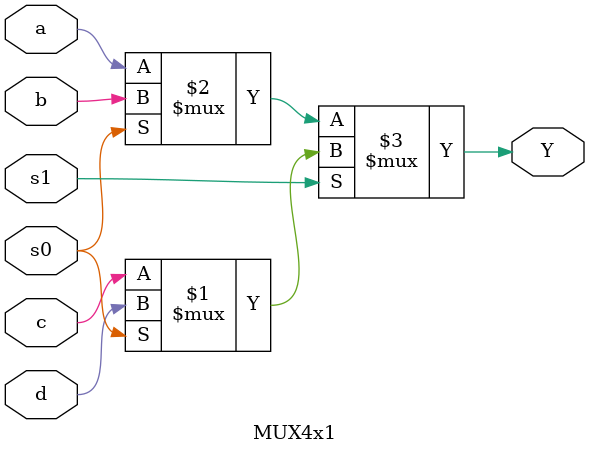
<source format=v>
`include "MUX2x1.v"

module MUX4x1(output Y, input a, b, c, d, s0, s1);
    
    assign Y = s1 ? (s0 ? d : c) : (s0 ? b : a);

endmodule
</source>
